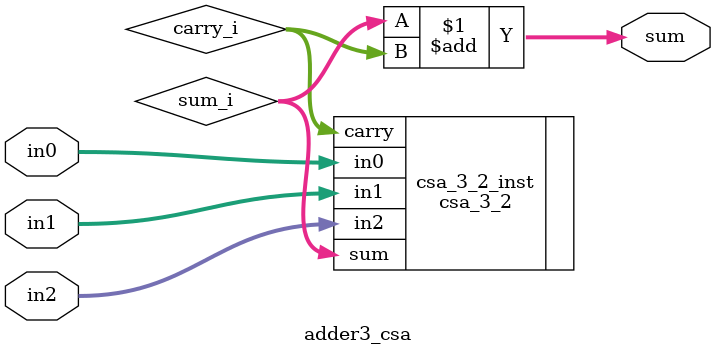
<source format=sv>
module adder3_csa #(
    parameter integer WIDTH = 32
) (
    input  logic [WIDTH-1:0] in0,
    input  logic [WIDTH-1:0] in1,
    input  logic [WIDTH-1:0] in2,
    output logic [  WIDTH:0] sum
);

  logic [WIDTH:0] sum_i;
  logic [WIDTH:0] carry_i;

  csa_3_2 #(
      .WIDTH(WIDTH)
  ) csa_3_2_inst (
      .in0  (in0),
      .in1  (in1),
      .in2  (in2),
      .sum  (sum_i),
      .carry(carry_i)
  );

  assign sum = sum_i + carry_i;
endmodule

</source>
